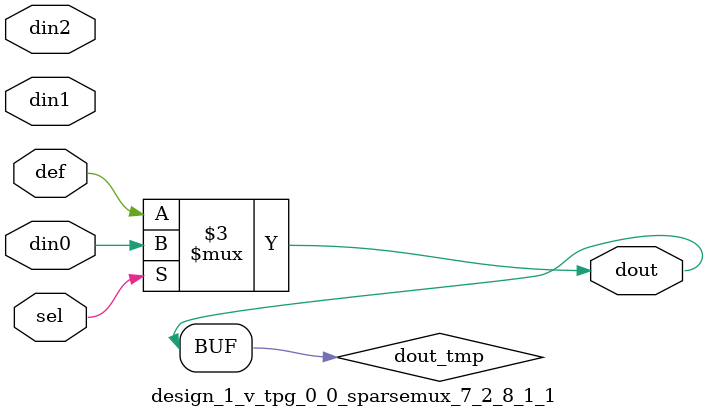
<source format=v>
`timescale 1ns / 1ps

module design_1_v_tpg_0_0_sparsemux_7_2_8_1_1 (din0,din1,din2,def,sel,dout);

parameter din0_WIDTH = 1;

parameter din1_WIDTH = 1;

parameter din2_WIDTH = 1;

parameter def_WIDTH = 1;
parameter sel_WIDTH = 1;
parameter dout_WIDTH = 1;

parameter [sel_WIDTH-1:0] CASE0 = 1;

parameter [sel_WIDTH-1:0] CASE1 = 1;

parameter [sel_WIDTH-1:0] CASE2 = 1;

parameter ID = 1;
parameter NUM_STAGE = 1;



input [din0_WIDTH-1:0] din0;

input [din1_WIDTH-1:0] din1;

input [din2_WIDTH-1:0] din2;

input [def_WIDTH-1:0] def;
input [sel_WIDTH-1:0] sel;

output [dout_WIDTH-1:0] dout;



reg [dout_WIDTH-1:0] dout_tmp;


always @ (*) begin
(* parallel_case *) case (sel)
    
    CASE0 : dout_tmp = din0;
    
    CASE1 : dout_tmp = din1;
    
    CASE2 : dout_tmp = din2;
    
    default : dout_tmp = def;
endcase
end


assign dout = dout_tmp;



endmodule

</source>
